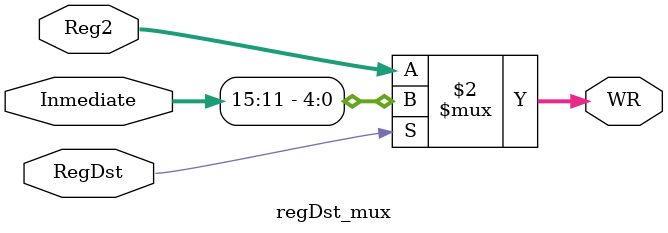
<source format=sv>
module regDst_mux 
(
    input  reg  [4:0]  Reg2,        //Reg2 Data
    input  reg  [15:0] Inmediate,   //Inmediate Data
    input  reg         RegDst,      //Bit of Control
    output wire [4:0]  WR           //Write Register
);

    assign WR = !RegDst ? Reg2: Inmediate[15:11]; //Multiplexer
      
endmodule


</source>
